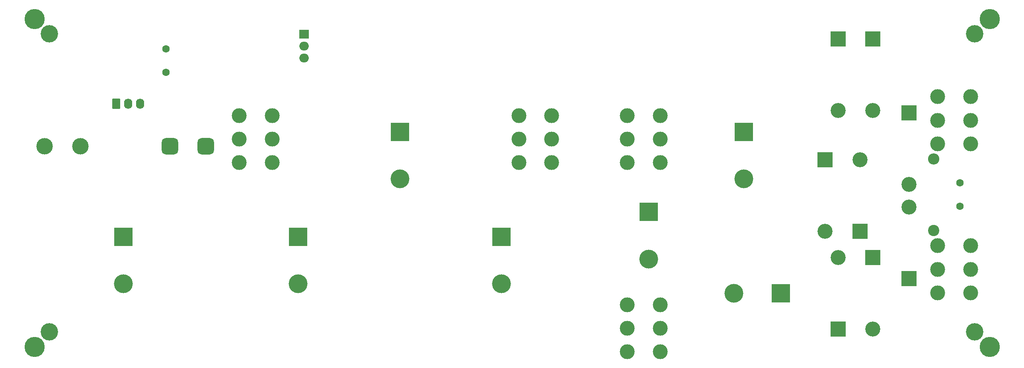
<source format=gbr>
%TF.GenerationSoftware,KiCad,Pcbnew,7.0.7*%
%TF.CreationDate,2025-01-28T13:25:58-05:00*%
%TF.ProjectId,s100 power,73313030-2070-46f7-9765-722e6b696361,rev?*%
%TF.SameCoordinates,Original*%
%TF.FileFunction,Soldermask,Bot*%
%TF.FilePolarity,Negative*%
%FSLAX46Y46*%
G04 Gerber Fmt 4.6, Leading zero omitted, Abs format (unit mm)*
G04 Created by KiCad (PCBNEW 7.0.7) date 2025-01-28 13:25:58*
%MOMM*%
%LPD*%
G01*
G04 APERTURE LIST*
G04 Aperture macros list*
%AMRoundRect*
0 Rectangle with rounded corners*
0 $1 Rounding radius*
0 $2 $3 $4 $5 $6 $7 $8 $9 X,Y pos of 4 corners*
0 Add a 4 corners polygon primitive as box body*
4,1,4,$2,$3,$4,$5,$6,$7,$8,$9,$2,$3,0*
0 Add four circle primitives for the rounded corners*
1,1,$1+$1,$2,$3*
1,1,$1+$1,$4,$5*
1,1,$1+$1,$6,$7*
1,1,$1+$1,$8,$9*
0 Add four rect primitives between the rounded corners*
20,1,$1+$1,$2,$3,$4,$5,0*
20,1,$1+$1,$4,$5,$6,$7,0*
20,1,$1+$1,$6,$7,$8,$9,0*
20,1,$1+$1,$8,$9,$2,$3,0*%
G04 Aperture macros list end*
%ADD10C,3.174000*%
%ADD11C,3.700000*%
%ADD12R,4.000000X4.000000*%
%ADD13C,4.000000*%
%ADD14R,3.200000X3.200000*%
%ADD15O,3.200000X3.200000*%
%ADD16C,4.300000*%
%ADD17C,1.600000*%
%ADD18R,2.000000X1.905000*%
%ADD19O,2.000000X1.905000*%
%ADD20RoundRect,0.875000X0.875000X0.875000X-0.875000X0.875000X-0.875000X-0.875000X0.875000X-0.875000X0*%
%ADD21C,3.500000*%
%ADD22C,2.400000*%
%ADD23O,2.400000X2.400000*%
%ADD24RoundRect,0.250000X-0.620000X-0.845000X0.620000X-0.845000X0.620000X0.845000X-0.620000X0.845000X0*%
%ADD25O,1.740000X2.190000*%
G04 APERTURE END LIST*
D10*
%TO.C,J3*%
X143051504Y-86421725D03*
X136041504Y-86421725D03*
X143051504Y-91426725D03*
X136041504Y-91426725D03*
X143051504Y-96431725D03*
X136041504Y-96431725D03*
%TD*%
D11*
%TO.C,REF\u002A\u002A*%
X233041600Y-69010461D03*
%TD*%
D12*
%TO.C,C2*%
X89123330Y-112241097D03*
D13*
X89123330Y-122241097D03*
%TD*%
D14*
%TO.C,D8*%
X201208546Y-95824384D03*
D15*
X201208546Y-111064384D03*
%TD*%
D10*
%TO.C,J2*%
X232151925Y-82421725D03*
X225141925Y-82421725D03*
X232151925Y-87426725D03*
X225141925Y-87426725D03*
X232151925Y-92431725D03*
X225141925Y-92431725D03*
%TD*%
D12*
%TO.C,C1*%
X132365348Y-112241097D03*
D13*
X132365348Y-122241097D03*
%TD*%
D10*
%TO.C,J5*%
X166152740Y-86421725D03*
X159142740Y-86421725D03*
X166152740Y-91426725D03*
X159142740Y-91426725D03*
X166152740Y-96431725D03*
X159142740Y-96431725D03*
%TD*%
D16*
%TO.C,REF\u002A\u002A*%
X33016600Y-65835461D03*
%TD*%
D12*
%TO.C,C6*%
X163660930Y-106972444D03*
D13*
X163660930Y-116972444D03*
%TD*%
D10*
%TO.C,J1*%
X232151925Y-114164962D03*
X225141925Y-114164962D03*
X232151925Y-119169962D03*
X225141925Y-119169962D03*
X232151925Y-124174962D03*
X225141925Y-124174962D03*
%TD*%
D16*
%TO.C,REF\u002A\u002A*%
X33016600Y-135685461D03*
%TD*%
%TO.C,REF\u002A\u002A*%
X236216600Y-135685461D03*
%TD*%
D17*
%TO.C,C9*%
X60958683Y-77250621D03*
X60958683Y-72250621D03*
%TD*%
D18*
%TO.C,U1*%
X90387545Y-69099803D03*
D19*
X90387545Y-71639803D03*
X90387545Y-74179803D03*
%TD*%
D20*
%TO.C,F1*%
X69411218Y-92977499D03*
X61791218Y-92977499D03*
D21*
X42821218Y-92977499D03*
X35201218Y-92977499D03*
%TD*%
D12*
%TO.C,C8*%
X51937228Y-112254240D03*
D13*
X51937228Y-122254240D03*
%TD*%
D12*
%TO.C,C4*%
X191778048Y-124332255D03*
D13*
X181778048Y-124332255D03*
%TD*%
D14*
%TO.C,D1*%
X219084144Y-121134668D03*
D15*
X219084144Y-105894668D03*
%TD*%
D17*
%TO.C,C7*%
X229935551Y-105766044D03*
X229935551Y-100766044D03*
%TD*%
D12*
%TO.C,C5*%
X183927532Y-89874830D03*
D13*
X183927532Y-99874830D03*
%TD*%
D11*
%TO.C,REF\u002A\u002A*%
X36191600Y-132510461D03*
%TD*%
D14*
%TO.C,D2*%
X219084144Y-85881828D03*
D15*
X219084144Y-101121828D03*
%TD*%
D22*
%TO.C,R1*%
X224266068Y-110909979D03*
D23*
X224266068Y-95669979D03*
%TD*%
D16*
%TO.C,REF\u002A\u002A*%
X236216600Y-65835461D03*
%TD*%
D10*
%TO.C,J4*%
X83563668Y-86421725D03*
X76553668Y-86421725D03*
X83563668Y-91426725D03*
X76553668Y-91426725D03*
X83563668Y-96431725D03*
X76553668Y-96431725D03*
%TD*%
%TO.C,J6*%
X166152740Y-126744735D03*
X159142740Y-126744735D03*
X166152740Y-131749735D03*
X159142740Y-131749735D03*
X166152740Y-136754735D03*
X159142740Y-136754735D03*
%TD*%
D14*
%TO.C,D6*%
X208602405Y-111057823D03*
D15*
X208602405Y-95817823D03*
%TD*%
D14*
%TO.C,D7*%
X203950028Y-131915749D03*
D15*
X203950028Y-116675749D03*
%TD*%
D12*
%TO.C,C3*%
X110733720Y-89874830D03*
D13*
X110733720Y-99874830D03*
%TD*%
D11*
%TO.C,REF\u002A\u002A*%
X233041600Y-132510461D03*
%TD*%
%TO.C,REF\u002A\u002A*%
X36191600Y-69010461D03*
%TD*%
D24*
%TO.C,J7*%
X50408704Y-83895128D03*
D25*
X52948704Y-83895128D03*
X55488704Y-83895128D03*
%TD*%
D14*
%TO.C,D3*%
X203950028Y-70145419D03*
D15*
X203950028Y-85385419D03*
%TD*%
D14*
%TO.C,D5*%
X211347494Y-116682656D03*
D15*
X211347494Y-131922656D03*
%TD*%
D14*
%TO.C,D4*%
X211347494Y-70145419D03*
D15*
X211347494Y-85385419D03*
%TD*%
M02*

</source>
